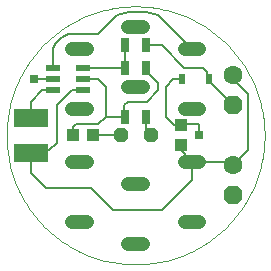
<source format=gbl>
G75*
%MOIN*%
%OFA0B0*%
%FSLAX25Y25*%
%IPPOS*%
%LPD*%
%AMOC8*
5,1,8,0,0,1.08239X$1,22.5*
%
%ADD10C,0.00100*%
%ADD11R,0.11811X0.06299*%
%ADD12R,0.04724X0.02165*%
%ADD13R,0.03150X0.04724*%
%ADD14OC8,0.06300*%
%ADD15C,0.06300*%
%ADD16R,0.03937X0.04331*%
%ADD17R,0.02480X0.03268*%
%ADD18OC8,0.04800*%
%ADD19R,0.04331X0.03937*%
%ADD20C,0.04800*%
%ADD21C,0.00800*%
%ADD22R,0.02800X0.02800*%
D10*
X0001715Y0044050D02*
X0001728Y0045105D01*
X0001767Y0046160D01*
X0001832Y0047213D01*
X0001922Y0048265D01*
X0002038Y0049314D01*
X0002180Y0050359D01*
X0002348Y0051401D01*
X0002541Y0052439D01*
X0002760Y0053471D01*
X0003004Y0054498D01*
X0003273Y0055519D01*
X0003567Y0056532D01*
X0003885Y0057538D01*
X0004229Y0058536D01*
X0004596Y0059525D01*
X0004988Y0060505D01*
X0005404Y0061475D01*
X0005843Y0062435D01*
X0006306Y0063383D01*
X0006792Y0064320D01*
X0007301Y0065245D01*
X0007833Y0066156D01*
X0008386Y0067055D01*
X0008962Y0067940D01*
X0009559Y0068810D01*
X0010177Y0069665D01*
X0010816Y0070505D01*
X0011476Y0071329D01*
X0012155Y0072136D01*
X0012854Y0072927D01*
X0013572Y0073700D01*
X0014309Y0074456D01*
X0015065Y0075193D01*
X0015838Y0075911D01*
X0016629Y0076610D01*
X0017436Y0077289D01*
X0018260Y0077949D01*
X0019100Y0078588D01*
X0019955Y0079206D01*
X0020825Y0079803D01*
X0021710Y0080379D01*
X0022609Y0080932D01*
X0023520Y0081464D01*
X0024445Y0081973D01*
X0025382Y0082459D01*
X0026330Y0082922D01*
X0027290Y0083361D01*
X0028260Y0083777D01*
X0029240Y0084169D01*
X0030229Y0084536D01*
X0031227Y0084880D01*
X0032233Y0085198D01*
X0033246Y0085492D01*
X0034267Y0085761D01*
X0035294Y0086005D01*
X0036326Y0086224D01*
X0037364Y0086417D01*
X0038406Y0086585D01*
X0039451Y0086727D01*
X0040500Y0086843D01*
X0041552Y0086933D01*
X0042605Y0086998D01*
X0043660Y0087037D01*
X0044715Y0087050D01*
X0045770Y0087037D01*
X0046825Y0086998D01*
X0047878Y0086933D01*
X0048930Y0086843D01*
X0049979Y0086727D01*
X0051024Y0086585D01*
X0052066Y0086417D01*
X0053104Y0086224D01*
X0054136Y0086005D01*
X0055163Y0085761D01*
X0056184Y0085492D01*
X0057197Y0085198D01*
X0058203Y0084880D01*
X0059201Y0084536D01*
X0060190Y0084169D01*
X0061170Y0083777D01*
X0062140Y0083361D01*
X0063100Y0082922D01*
X0064048Y0082459D01*
X0064985Y0081973D01*
X0065910Y0081464D01*
X0066821Y0080932D01*
X0067720Y0080379D01*
X0068605Y0079803D01*
X0069475Y0079206D01*
X0070330Y0078588D01*
X0071170Y0077949D01*
X0071994Y0077289D01*
X0072801Y0076610D01*
X0073592Y0075911D01*
X0074365Y0075193D01*
X0075121Y0074456D01*
X0075858Y0073700D01*
X0076576Y0072927D01*
X0077275Y0072136D01*
X0077954Y0071329D01*
X0078614Y0070505D01*
X0079253Y0069665D01*
X0079871Y0068810D01*
X0080468Y0067940D01*
X0081044Y0067055D01*
X0081597Y0066156D01*
X0082129Y0065245D01*
X0082638Y0064320D01*
X0083124Y0063383D01*
X0083587Y0062435D01*
X0084026Y0061475D01*
X0084442Y0060505D01*
X0084834Y0059525D01*
X0085201Y0058536D01*
X0085545Y0057538D01*
X0085863Y0056532D01*
X0086157Y0055519D01*
X0086426Y0054498D01*
X0086670Y0053471D01*
X0086889Y0052439D01*
X0087082Y0051401D01*
X0087250Y0050359D01*
X0087392Y0049314D01*
X0087508Y0048265D01*
X0087598Y0047213D01*
X0087663Y0046160D01*
X0087702Y0045105D01*
X0087715Y0044050D01*
X0087702Y0042995D01*
X0087663Y0041940D01*
X0087598Y0040887D01*
X0087508Y0039835D01*
X0087392Y0038786D01*
X0087250Y0037741D01*
X0087082Y0036699D01*
X0086889Y0035661D01*
X0086670Y0034629D01*
X0086426Y0033602D01*
X0086157Y0032581D01*
X0085863Y0031568D01*
X0085545Y0030562D01*
X0085201Y0029564D01*
X0084834Y0028575D01*
X0084442Y0027595D01*
X0084026Y0026625D01*
X0083587Y0025665D01*
X0083124Y0024717D01*
X0082638Y0023780D01*
X0082129Y0022855D01*
X0081597Y0021944D01*
X0081044Y0021045D01*
X0080468Y0020160D01*
X0079871Y0019290D01*
X0079253Y0018435D01*
X0078614Y0017595D01*
X0077954Y0016771D01*
X0077275Y0015964D01*
X0076576Y0015173D01*
X0075858Y0014400D01*
X0075121Y0013644D01*
X0074365Y0012907D01*
X0073592Y0012189D01*
X0072801Y0011490D01*
X0071994Y0010811D01*
X0071170Y0010151D01*
X0070330Y0009512D01*
X0069475Y0008894D01*
X0068605Y0008297D01*
X0067720Y0007721D01*
X0066821Y0007168D01*
X0065910Y0006636D01*
X0064985Y0006127D01*
X0064048Y0005641D01*
X0063100Y0005178D01*
X0062140Y0004739D01*
X0061170Y0004323D01*
X0060190Y0003931D01*
X0059201Y0003564D01*
X0058203Y0003220D01*
X0057197Y0002902D01*
X0056184Y0002608D01*
X0055163Y0002339D01*
X0054136Y0002095D01*
X0053104Y0001876D01*
X0052066Y0001683D01*
X0051024Y0001515D01*
X0049979Y0001373D01*
X0048930Y0001257D01*
X0047878Y0001167D01*
X0046825Y0001102D01*
X0045770Y0001063D01*
X0044715Y0001050D01*
X0043660Y0001063D01*
X0042605Y0001102D01*
X0041552Y0001167D01*
X0040500Y0001257D01*
X0039451Y0001373D01*
X0038406Y0001515D01*
X0037364Y0001683D01*
X0036326Y0001876D01*
X0035294Y0002095D01*
X0034267Y0002339D01*
X0033246Y0002608D01*
X0032233Y0002902D01*
X0031227Y0003220D01*
X0030229Y0003564D01*
X0029240Y0003931D01*
X0028260Y0004323D01*
X0027290Y0004739D01*
X0026330Y0005178D01*
X0025382Y0005641D01*
X0024445Y0006127D01*
X0023520Y0006636D01*
X0022609Y0007168D01*
X0021710Y0007721D01*
X0020825Y0008297D01*
X0019955Y0008894D01*
X0019100Y0009512D01*
X0018260Y0010151D01*
X0017436Y0010811D01*
X0016629Y0011490D01*
X0015838Y0012189D01*
X0015065Y0012907D01*
X0014309Y0013644D01*
X0013572Y0014400D01*
X0012854Y0015173D01*
X0012155Y0015964D01*
X0011476Y0016771D01*
X0010816Y0017595D01*
X0010177Y0018435D01*
X0009559Y0019290D01*
X0008962Y0020160D01*
X0008386Y0021045D01*
X0007833Y0021944D01*
X0007301Y0022855D01*
X0006792Y0023780D01*
X0006306Y0024717D01*
X0005843Y0025665D01*
X0005404Y0026625D01*
X0004988Y0027595D01*
X0004596Y0028575D01*
X0004229Y0029564D01*
X0003885Y0030562D01*
X0003567Y0031568D01*
X0003273Y0032581D01*
X0003004Y0033602D01*
X0002760Y0034629D01*
X0002541Y0035661D01*
X0002348Y0036699D01*
X0002180Y0037741D01*
X0002038Y0038786D01*
X0001922Y0039835D01*
X0001832Y0040887D01*
X0001767Y0041940D01*
X0001728Y0042995D01*
X0001715Y0044050D01*
D11*
X0009715Y0038341D03*
X0009715Y0049759D03*
D12*
X0017096Y0059060D03*
X0017096Y0062800D03*
X0017096Y0066540D03*
X0027333Y0066540D03*
X0027333Y0062800D03*
X0027333Y0059060D03*
D13*
X0041171Y0066550D03*
X0048258Y0066550D03*
X0048258Y0074050D03*
X0041171Y0074050D03*
X0041171Y0050300D03*
X0048258Y0050300D03*
D14*
X0077215Y0054050D03*
X0077215Y0024050D03*
D15*
X0077215Y0034050D03*
X0077215Y0064050D03*
D16*
X0059715Y0047396D03*
X0059715Y0040704D03*
D17*
X0060187Y0062800D03*
X0069242Y0062800D03*
D18*
X0049715Y0044050D03*
X0039715Y0044050D03*
D19*
X0030561Y0044050D03*
X0023868Y0044050D03*
D20*
X0023565Y0015300D02*
X0028365Y0015300D01*
X0042315Y0007800D02*
X0047115Y0007800D01*
X0061065Y0015300D02*
X0065865Y0015300D01*
X0047115Y0027800D02*
X0042315Y0027800D01*
X0028365Y0035300D02*
X0023565Y0035300D01*
X0023565Y0052800D02*
X0028365Y0052800D01*
X0042315Y0060300D02*
X0047115Y0060300D01*
X0061065Y0052800D02*
X0065865Y0052800D01*
X0065865Y0035300D02*
X0061065Y0035300D01*
X0061065Y0072800D02*
X0065865Y0072800D01*
X0047115Y0080300D02*
X0042315Y0080300D01*
X0028365Y0072800D02*
X0023565Y0072800D01*
D21*
X0022215Y0077800D02*
X0022039Y0077746D01*
X0021864Y0077688D01*
X0021691Y0077626D01*
X0021519Y0077559D01*
X0021349Y0077489D01*
X0021181Y0077414D01*
X0021014Y0077335D01*
X0020850Y0077252D01*
X0020688Y0077165D01*
X0020528Y0077074D01*
X0020370Y0076979D01*
X0020214Y0076880D01*
X0020061Y0076778D01*
X0019911Y0076672D01*
X0019763Y0076562D01*
X0019618Y0076449D01*
X0019475Y0076332D01*
X0019336Y0076212D01*
X0019200Y0076088D01*
X0019066Y0075961D01*
X0018936Y0075831D01*
X0018809Y0075697D01*
X0018685Y0075561D01*
X0018565Y0075422D01*
X0018448Y0075279D01*
X0018335Y0075134D01*
X0018225Y0074986D01*
X0018119Y0074836D01*
X0018017Y0074683D01*
X0017918Y0074527D01*
X0017823Y0074369D01*
X0017732Y0074209D01*
X0017645Y0074047D01*
X0017562Y0073883D01*
X0017483Y0073716D01*
X0017408Y0073548D01*
X0017338Y0073378D01*
X0017271Y0073206D01*
X0017209Y0073033D01*
X0017151Y0072858D01*
X0017097Y0072682D01*
X0017096Y0072682D02*
X0017096Y0066540D01*
X0017096Y0062800D02*
X0010965Y0062800D01*
X0013474Y0059060D02*
X0009715Y0055300D01*
X0009715Y0049759D01*
X0018465Y0054050D02*
X0018465Y0041550D01*
X0015965Y0039050D01*
X0010423Y0039050D01*
X0009715Y0038341D01*
X0009715Y0031550D01*
X0014715Y0026550D01*
X0029715Y0026550D01*
X0037215Y0019050D01*
X0053465Y0019050D01*
X0063465Y0029050D01*
X0063465Y0035300D01*
X0059715Y0039050D01*
X0059715Y0040704D01*
X0063465Y0035300D02*
X0075965Y0035300D01*
X0077215Y0034050D01*
X0082215Y0039050D01*
X0082215Y0057800D01*
X0077215Y0062800D01*
X0077215Y0064050D01*
X0069242Y0062800D02*
X0069242Y0062022D01*
X0077215Y0054050D01*
X0069242Y0062800D02*
X0068465Y0063578D01*
X0068465Y0065300D01*
X0067215Y0066550D01*
X0060965Y0066550D01*
X0053465Y0074050D01*
X0048258Y0074050D01*
X0041171Y0074050D02*
X0041171Y0066550D01*
X0041161Y0066540D01*
X0027333Y0066540D01*
X0027333Y0062800D02*
X0032215Y0062800D01*
X0034715Y0060300D01*
X0034715Y0050300D01*
X0041171Y0050300D01*
X0040965Y0051757D01*
X0040965Y0054050D01*
X0042215Y0055300D01*
X0048465Y0055300D01*
X0052215Y0059050D01*
X0052215Y0061550D01*
X0048258Y0065507D01*
X0048258Y0066550D01*
X0052215Y0084050D02*
X0051775Y0084211D01*
X0051331Y0084361D01*
X0050884Y0084500D01*
X0050433Y0084629D01*
X0049980Y0084747D01*
X0049524Y0084853D01*
X0049065Y0084949D01*
X0048604Y0085033D01*
X0048141Y0085107D01*
X0047677Y0085169D01*
X0047211Y0085219D01*
X0046744Y0085259D01*
X0046277Y0085287D01*
X0045808Y0085304D01*
X0045340Y0085310D01*
X0044872Y0085304D01*
X0044403Y0085287D01*
X0043936Y0085259D01*
X0043469Y0085219D01*
X0043003Y0085169D01*
X0042539Y0085107D01*
X0042076Y0085033D01*
X0041615Y0084949D01*
X0041156Y0084853D01*
X0040700Y0084747D01*
X0040247Y0084629D01*
X0039796Y0084500D01*
X0039349Y0084361D01*
X0038905Y0084211D01*
X0038465Y0084050D01*
X0032215Y0077800D01*
X0022215Y0077800D01*
X0023474Y0059060D02*
X0018465Y0054050D01*
X0017096Y0059060D02*
X0013474Y0059060D01*
X0023474Y0059060D02*
X0027333Y0059060D01*
X0034715Y0050300D02*
X0032215Y0047800D01*
X0024715Y0047800D01*
X0023868Y0046954D01*
X0023868Y0044050D01*
X0030561Y0044050D02*
X0039715Y0044050D01*
X0048258Y0045507D02*
X0049715Y0044050D01*
X0048258Y0045507D02*
X0048258Y0050300D01*
X0054715Y0050300D02*
X0054715Y0060300D01*
X0057215Y0062800D01*
X0060187Y0062800D01*
X0063465Y0072800D02*
X0052215Y0084050D01*
X0054715Y0050300D02*
X0057618Y0047396D01*
X0059715Y0047396D01*
X0060118Y0047800D01*
X0065965Y0047800D01*
X0065965Y0044050D01*
D22*
X0065965Y0044050D03*
X0010965Y0062800D03*
M02*

</source>
